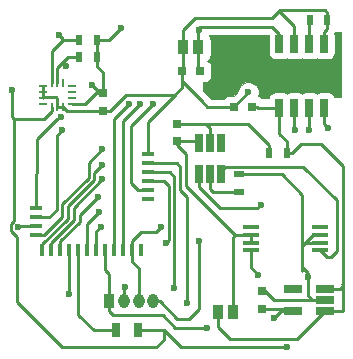
<source format=gtl>
G04 #@! TF.FileFunction,Copper,L1,Top,Signal*
%FSLAX46Y46*%
G04 Gerber Fmt 4.6, Leading zero omitted, Abs format (unit mm)*
G04 Created by KiCad (PCBNEW 4.0.6) date 04/13/18 15:28:38*
%MOMM*%
%LPD*%
G01*
G04 APERTURE LIST*
%ADD10C,0.100000*%
%ADD11R,0.800000X0.750000*%
%ADD12R,0.750000X0.800000*%
%ADD13R,0.970000X1.270000*%
%ADD14R,0.500000X0.900000*%
%ADD15R,0.900000X0.500000*%
%ADD16R,0.250000X0.675000*%
%ADD17R,0.675000X0.250000*%
%ADD18R,0.650000X1.560000*%
%ADD19R,1.450000X0.450000*%
%ADD20R,1.560000X0.650000*%
%ADD21R,1.000000X0.410000*%
%ADD22R,0.410000X1.000000*%
%ADD23R,0.950000X1.250000*%
%ADD24O,0.950000X1.250000*%
%ADD25R,0.650000X1.500000*%
%ADD26R,1.800000X1.350000*%
%ADD27R,0.700000X1.300000*%
%ADD28C,0.600000*%
%ADD29C,0.250000*%
G04 APERTURE END LIST*
D10*
D11*
X176850000Y-106400000D03*
X178350000Y-106400000D03*
D12*
X170200000Y-109750000D03*
X170200000Y-108250000D03*
X176400000Y-112350000D03*
X176400000Y-110850000D03*
D11*
X181250000Y-109400000D03*
X182750000Y-109400000D03*
D12*
X183600000Y-126550000D03*
X183600000Y-125050000D03*
D13*
X176960000Y-104400000D03*
X178240000Y-104400000D03*
X181140000Y-126800000D03*
X179860000Y-126800000D03*
D14*
X187650000Y-102050000D03*
X189150000Y-102050000D03*
D15*
X181650000Y-116650000D03*
X181650000Y-115150000D03*
D14*
X185750000Y-113300000D03*
X184250000Y-113300000D03*
X169650000Y-103750000D03*
X168150000Y-103750000D03*
X169650000Y-105200000D03*
X168150000Y-105200000D03*
D16*
X166300000Y-107387500D03*
X165800000Y-107387500D03*
X166800000Y-107387500D03*
X165800000Y-109412500D03*
X166300000Y-109412500D03*
X166800000Y-109412500D03*
D17*
X165037500Y-107650000D03*
X165037500Y-108150000D03*
X165037500Y-108650000D03*
X165037500Y-109150000D03*
X167562500Y-109150000D03*
X167562500Y-108650000D03*
X167562500Y-108150000D03*
X167562500Y-107650000D03*
D18*
X178250000Y-115150000D03*
X179200000Y-115150000D03*
X180150000Y-115150000D03*
X180150000Y-112450000D03*
X178250000Y-112450000D03*
X179200000Y-112450000D03*
D19*
X182650000Y-119625000D03*
X182650000Y-120275000D03*
X182650000Y-120925000D03*
X182650000Y-121575000D03*
X188550000Y-121575000D03*
X188550000Y-120925000D03*
X188550000Y-120275000D03*
X188550000Y-119625000D03*
D20*
X188950000Y-126750000D03*
X188950000Y-125800000D03*
X188950000Y-124850000D03*
X186250000Y-124850000D03*
X186250000Y-126750000D03*
D21*
X173940000Y-117250000D03*
X164450000Y-118020000D03*
X164450000Y-118780000D03*
X164450000Y-119540000D03*
X164450000Y-120300000D03*
D22*
X165010000Y-121540000D03*
X165770000Y-121540000D03*
X166530000Y-121540000D03*
X167290000Y-121540000D03*
X168050000Y-121540000D03*
X168820000Y-121540000D03*
X169580000Y-121540000D03*
X170340000Y-121540000D03*
X171100000Y-121540000D03*
X171860000Y-121540000D03*
X172630000Y-121540000D03*
X173390000Y-121540000D03*
D21*
X173940000Y-116490000D03*
X173940000Y-115730000D03*
X173940000Y-114970000D03*
X173940000Y-114210000D03*
X173940000Y-113440000D03*
D23*
X170675000Y-125900000D03*
D24*
X171925000Y-125900000D03*
X173175000Y-125900000D03*
X174425000Y-125900000D03*
D25*
X188905000Y-104100000D03*
X187635000Y-104100000D03*
X186365000Y-104100000D03*
X185095000Y-104100000D03*
X185095000Y-109500000D03*
X186365000Y-109500000D03*
X187635000Y-109500000D03*
X188905000Y-109500000D03*
D26*
X186100000Y-107475000D03*
X187900000Y-107475000D03*
X186100000Y-106125000D03*
X187900000Y-106125000D03*
D27*
X173125000Y-128325000D03*
X171225000Y-128325000D03*
D28*
X178250000Y-102950000D03*
X189200000Y-111200000D03*
X182475000Y-108175000D03*
X178975000Y-128125000D03*
X187500000Y-123800000D03*
X185725000Y-129750000D03*
X184675000Y-127325000D03*
X171650000Y-102750000D03*
X169200000Y-107575000D03*
X162450000Y-107975000D03*
X177300000Y-126050000D03*
X176200000Y-124750000D03*
X175450000Y-120975000D03*
X175050000Y-119575000D03*
X178300000Y-120800000D03*
X169975000Y-119575000D03*
X169850000Y-118300000D03*
X169725000Y-117025000D03*
X170100000Y-115575000D03*
X170100000Y-114350000D03*
X170100000Y-113025000D03*
X166725000Y-111425000D03*
X166575000Y-110300000D03*
X163000000Y-119600000D03*
X167000000Y-106000000D03*
X172375000Y-109175000D03*
X166450000Y-103350000D03*
X173325000Y-109175000D03*
X183300000Y-123650000D03*
X183500000Y-117700000D03*
X174425000Y-109175000D03*
X172050000Y-124700000D03*
X167275000Y-125275000D03*
X186400000Y-111400000D03*
X187600000Y-111400000D03*
X189850000Y-106850000D03*
X183800000Y-106900000D03*
X183775000Y-103900000D03*
X185125000Y-106125000D03*
X184375000Y-106125000D03*
X184375000Y-107475000D03*
X189475000Y-107475000D03*
X189475000Y-106125000D03*
X188750000Y-106150000D03*
X187900000Y-107475000D03*
X188675000Y-107475000D03*
X185125000Y-107475000D03*
X186075000Y-107425000D03*
X186100000Y-106125000D03*
X187875000Y-106150000D03*
D29*
X178240000Y-102940000D02*
X178240000Y-102860000D01*
X178250000Y-102950000D02*
X178240000Y-102940000D01*
X185095000Y-104100000D02*
X185095000Y-103295000D01*
X178400000Y-102700000D02*
X183700000Y-102700000D01*
X178240000Y-102860000D02*
X178400000Y-102700000D01*
X184350000Y-102700000D02*
X183700000Y-102700000D01*
X184500000Y-102700000D02*
X184350000Y-102700000D01*
X185095000Y-103295000D02*
X184500000Y-102700000D01*
X178240000Y-104400000D02*
X178240000Y-102860000D01*
X188905000Y-109500000D02*
X188905000Y-110905000D01*
X188905000Y-110905000D02*
X189200000Y-111200000D01*
X178240000Y-104400000D02*
X178240000Y-106290000D01*
X178240000Y-106290000D02*
X178350000Y-106400000D01*
X181250000Y-109400000D02*
X182475000Y-108175000D01*
X186365000Y-104100000D02*
X186365000Y-102565000D01*
X186365000Y-102565000D02*
X185075000Y-101275000D01*
X188905000Y-104100000D02*
X188905000Y-103095000D01*
X189150000Y-102850000D02*
X189150000Y-102050000D01*
X188905000Y-103095000D02*
X189150000Y-102850000D01*
X170675000Y-125900000D02*
X170675000Y-126725000D01*
X176275000Y-128125000D02*
X178975000Y-128125000D01*
X175225000Y-127075000D02*
X176275000Y-128125000D01*
X171025000Y-127075000D02*
X175225000Y-127075000D01*
X170675000Y-126725000D02*
X171025000Y-127075000D01*
X170675000Y-125900000D02*
X170675000Y-123600000D01*
X170340000Y-123265000D02*
X170340000Y-121540000D01*
X170675000Y-123600000D02*
X170340000Y-123265000D01*
X183600000Y-125050000D02*
X183850000Y-125050000D01*
X183850000Y-125050000D02*
X184600000Y-125800000D01*
X184600000Y-125800000D02*
X188950000Y-125800000D01*
X187500000Y-123800000D02*
X187500000Y-125400000D01*
X187500000Y-125400000D02*
X187900000Y-125800000D01*
X188950000Y-125800000D02*
X187900000Y-125800000D01*
X170200000Y-109750000D02*
X170750000Y-109750000D01*
X172100000Y-108400000D02*
X176225000Y-108400000D01*
X170750000Y-109750000D02*
X172100000Y-108400000D01*
X173940000Y-113440000D02*
X173940000Y-110685000D01*
X173940000Y-110685000D02*
X176225000Y-108400000D01*
X176850000Y-107775000D02*
X176850000Y-106400000D01*
X176225000Y-108400000D02*
X176850000Y-107775000D01*
X187500000Y-123800000D02*
X187500000Y-123500000D01*
X187500000Y-123500000D02*
X187000000Y-123000000D01*
X181650000Y-115150000D02*
X185300000Y-115150000D01*
X187000000Y-116850000D02*
X187000000Y-121200000D01*
X185300000Y-115150000D02*
X187000000Y-116850000D01*
X165037500Y-107650000D02*
X165037500Y-108150000D01*
X165037500Y-108150000D02*
X165037500Y-108650000D01*
X165037500Y-108650000D02*
X165087500Y-108600000D01*
X165087500Y-108600000D02*
X166200000Y-108600000D01*
X166200000Y-108600000D02*
X166300000Y-108700000D01*
X166300000Y-108700000D02*
X166300000Y-109412500D01*
X166300000Y-109412500D02*
X166800000Y-109412500D01*
X166800000Y-109412500D02*
X167137500Y-109750000D01*
X167137500Y-109750000D02*
X170200000Y-109750000D01*
X189150000Y-102050000D02*
X189150000Y-101450000D01*
X176960000Y-102890000D02*
X176960000Y-104400000D01*
X177950000Y-101900000D02*
X176960000Y-102890000D01*
X184450000Y-101900000D02*
X177950000Y-101900000D01*
X185100000Y-101250000D02*
X185075000Y-101275000D01*
X185075000Y-101275000D02*
X184450000Y-101900000D01*
X188950000Y-101250000D02*
X185100000Y-101250000D01*
X189150000Y-101450000D02*
X188950000Y-101250000D01*
X176850000Y-106400000D02*
X176850000Y-107250000D01*
X179000000Y-109400000D02*
X179875000Y-109400000D01*
X176850000Y-107250000D02*
X178500000Y-108900000D01*
X178500000Y-108900000D02*
X179000000Y-109400000D01*
X179875000Y-109400000D02*
X181250000Y-109400000D01*
X188550000Y-120925000D02*
X187275000Y-120925000D01*
X187275000Y-120925000D02*
X187400000Y-120800000D01*
X187000000Y-123300000D02*
X187000000Y-123000000D01*
X187000000Y-123000000D02*
X187000000Y-121200000D01*
X187000000Y-121200000D02*
X187400000Y-120800000D01*
X187400000Y-120800000D02*
X187925000Y-120275000D01*
X187925000Y-120275000D02*
X188550000Y-120275000D01*
X176960000Y-104400000D02*
X176960000Y-106290000D01*
X176960000Y-106290000D02*
X176850000Y-106400000D01*
X175300000Y-128325000D02*
X175300000Y-129125000D01*
X173275000Y-129750000D02*
X166675000Y-129750000D01*
X166675000Y-129750000D02*
X162900000Y-125975000D01*
X162900000Y-125975000D02*
X162900000Y-120450000D01*
X162900000Y-120450000D02*
X162350000Y-119900000D01*
X162350000Y-119900000D02*
X162350000Y-119350000D01*
X162350000Y-119350000D02*
X162600000Y-119100000D01*
X162600000Y-119100000D02*
X162600000Y-110425000D01*
X174675000Y-129750000D02*
X173275000Y-129750000D01*
X175300000Y-129125000D02*
X174675000Y-129750000D01*
X173125000Y-128325000D02*
X175300000Y-128325000D01*
X175325000Y-128350000D02*
X176725000Y-129750000D01*
X176725000Y-129750000D02*
X185725000Y-129750000D01*
X184675000Y-127325000D02*
X185250000Y-126750000D01*
X185250000Y-126750000D02*
X186250000Y-126750000D01*
X175300000Y-128325000D02*
X175325000Y-128350000D01*
X170650000Y-103750000D02*
X171650000Y-102750000D01*
X169650000Y-103750000D02*
X170650000Y-103750000D01*
X183600000Y-126550000D02*
X186050000Y-126550000D01*
X186050000Y-126550000D02*
X186250000Y-126750000D01*
X165800000Y-109412500D02*
X165800000Y-109750000D01*
X165800000Y-109750000D02*
X165125000Y-110425000D01*
X165125000Y-110425000D02*
X162600000Y-110425000D01*
X162600000Y-110425000D02*
X162450000Y-110275000D01*
X169200000Y-107575000D02*
X169875000Y-108250000D01*
X162450000Y-110275000D02*
X162450000Y-107975000D01*
X169875000Y-108250000D02*
X170200000Y-108250000D01*
X170200000Y-108250000D02*
X170200000Y-106550000D01*
X169650000Y-106000000D02*
X169650000Y-105200000D01*
X170200000Y-106550000D02*
X169650000Y-106000000D01*
X170200000Y-108250000D02*
X169550000Y-108250000D01*
X168650000Y-109150000D02*
X167562500Y-109150000D01*
X169550000Y-108250000D02*
X168650000Y-109150000D01*
X169650000Y-105200000D02*
X169650000Y-103750000D01*
X184250000Y-113300000D02*
X184250000Y-112650000D01*
X182450000Y-110850000D02*
X178850000Y-110850000D01*
X184250000Y-112650000D02*
X182450000Y-110850000D01*
X176400000Y-110850000D02*
X178850000Y-110850000D01*
X179200000Y-111200000D02*
X179200000Y-112450000D01*
X178850000Y-110850000D02*
X179200000Y-111200000D01*
X185095000Y-109500000D02*
X185095000Y-111695000D01*
X185750000Y-112350000D02*
X185750000Y-113300000D01*
X185095000Y-111695000D02*
X185750000Y-112350000D01*
X182750000Y-109400000D02*
X183200000Y-109400000D01*
X183300000Y-109500000D02*
X185095000Y-109500000D01*
X183200000Y-109400000D02*
X183300000Y-109500000D01*
X179860000Y-126800000D02*
X179860000Y-128060000D01*
X186600000Y-129100000D02*
X188950000Y-126750000D01*
X180900000Y-129100000D02*
X186600000Y-129100000D01*
X179860000Y-128060000D02*
X180900000Y-129100000D01*
X190500000Y-124600000D02*
X190500000Y-126700000D01*
X190500000Y-126700000D02*
X190450000Y-126750000D01*
X190450000Y-126750000D02*
X188950000Y-126750000D01*
X188950000Y-124850000D02*
X190250000Y-124850000D01*
X190250000Y-124850000D02*
X190500000Y-124600000D01*
X190500000Y-124600000D02*
X190500000Y-124500000D01*
X190400000Y-124400000D02*
X190500000Y-124400000D01*
X190500000Y-124500000D02*
X190400000Y-124400000D01*
X185750000Y-113300000D02*
X186200000Y-113300000D01*
X190500000Y-124400000D02*
X190500000Y-114450000D01*
X190500000Y-114450000D02*
X188650000Y-112600000D01*
X188650000Y-112600000D02*
X186900000Y-112600000D01*
X186200000Y-113300000D02*
X186900000Y-112600000D01*
X188950000Y-124850000D02*
X189650000Y-124850000D01*
X190500000Y-124600000D02*
X190500000Y-124400000D01*
X182850000Y-109300000D02*
X182750000Y-109400000D01*
X179750000Y-126910000D02*
X179860000Y-126800000D01*
X173940000Y-114210000D02*
X176410000Y-114210000D01*
X177300000Y-117100000D02*
X177300000Y-126050000D01*
X176700000Y-116500000D02*
X177300000Y-117100000D01*
X176700000Y-114500000D02*
X176700000Y-116500000D01*
X176410000Y-114210000D02*
X176700000Y-114500000D01*
X173940000Y-114970000D02*
X175819998Y-114970000D01*
X176200000Y-115350002D02*
X176200000Y-124750000D01*
X175819998Y-114970000D02*
X176200000Y-115350002D01*
X173940000Y-115730000D02*
X175330000Y-115730000D01*
X175725000Y-120700000D02*
X175450000Y-120975000D01*
X175725000Y-116125000D02*
X175725000Y-120700000D01*
X175330000Y-115730000D02*
X175725000Y-116125000D01*
X173175000Y-125900000D02*
X173175000Y-123100000D01*
X172630000Y-122555000D02*
X172630000Y-121540000D01*
X173175000Y-123100000D02*
X172630000Y-122555000D01*
X172630000Y-121540000D02*
X172630000Y-120770000D01*
X174625000Y-120000000D02*
X175050000Y-119575000D01*
X173400000Y-120000000D02*
X174625000Y-120000000D01*
X172630000Y-120770000D02*
X173400000Y-120000000D01*
X174425000Y-125900000D02*
X174950000Y-125900000D01*
X178300000Y-126550000D02*
X178300000Y-120800000D01*
X177475000Y-127375000D02*
X178300000Y-126550000D01*
X176425000Y-127375000D02*
X177475000Y-127375000D01*
X174950000Y-125900000D02*
X176425000Y-127375000D01*
X169580000Y-121540000D02*
X169580000Y-119970000D01*
X169580000Y-119970000D02*
X169975000Y-119575000D01*
X168820000Y-121540000D02*
X168820000Y-119330000D01*
X168820000Y-119330000D02*
X169850000Y-118300000D01*
X166530000Y-121540000D02*
X166530000Y-120820000D01*
X168175000Y-118575000D02*
X169725000Y-117025000D01*
X168175000Y-119175000D02*
X168175000Y-118575000D01*
X166530000Y-120820000D02*
X168175000Y-119175000D01*
X165770000Y-121540000D02*
X165770000Y-120943602D01*
X167675000Y-118000000D02*
X170100000Y-115575000D01*
X167675000Y-119038602D02*
X167675000Y-118000000D01*
X165770000Y-120943602D02*
X167675000Y-119038602D01*
X165010000Y-121540000D02*
X165010000Y-121067204D01*
X165010000Y-121067204D02*
X167175000Y-118902204D01*
X169425000Y-115025000D02*
X170100000Y-114350000D01*
X169425000Y-115600000D02*
X169425000Y-115025000D01*
X167175000Y-117850000D02*
X169425000Y-115600000D01*
X167175000Y-118902204D02*
X167175000Y-117850000D01*
X164450000Y-120300000D02*
X165140806Y-120300000D01*
X168950000Y-114175000D02*
X170100000Y-113025000D01*
X168950000Y-115438602D02*
X168950000Y-114175000D01*
X166700000Y-117688602D02*
X168950000Y-115438602D01*
X166700000Y-118740806D02*
X166700000Y-117688602D01*
X165140806Y-120300000D02*
X166700000Y-118740806D01*
X164450000Y-118780000D02*
X165620000Y-118780000D01*
X166225000Y-111925000D02*
X166725000Y-111425000D01*
X166225000Y-118175000D02*
X166225000Y-111925000D01*
X165620000Y-118780000D02*
X166225000Y-118175000D01*
X164450000Y-118020000D02*
X164537500Y-112112500D01*
X166237500Y-110412500D02*
X166575000Y-110300000D01*
X164537500Y-112112500D02*
X166237500Y-110412500D01*
X164450000Y-119540000D02*
X163060000Y-119540000D01*
X163060000Y-119540000D02*
X163000000Y-119600000D01*
X187635000Y-104100000D02*
X187635000Y-102065000D01*
X187635000Y-102065000D02*
X187650000Y-102050000D01*
X187635000Y-102065000D02*
X187650000Y-102050000D01*
X181650000Y-116650000D02*
X179500000Y-116650000D01*
X179200000Y-116350000D02*
X179200000Y-115150000D01*
X179500000Y-116650000D02*
X179200000Y-116350000D01*
X171100000Y-121540000D02*
X171100000Y-110450000D01*
X166800000Y-105800000D02*
X166600000Y-105800000D01*
X167000000Y-106000000D02*
X166800000Y-105800000D01*
X171100000Y-110450000D02*
X172375000Y-109175000D01*
X166300000Y-107387500D02*
X166300000Y-106100000D01*
X167200000Y-105200000D02*
X168150000Y-105200000D01*
X166300000Y-106100000D02*
X166600000Y-105800000D01*
X166600000Y-105800000D02*
X167200000Y-105200000D01*
X171860000Y-121540000D02*
X171860000Y-110640000D01*
X166750000Y-103650000D02*
X166750000Y-103750000D01*
X166450000Y-103350000D02*
X166750000Y-103650000D01*
X171860000Y-110640000D02*
X173325000Y-109175000D01*
X165800000Y-107387500D02*
X165800000Y-104700000D01*
X166750000Y-103750000D02*
X168150000Y-103750000D01*
X165800000Y-104700000D02*
X166750000Y-103750000D01*
X178250000Y-115150000D02*
X178250000Y-116200000D01*
X182650000Y-123000000D02*
X182650000Y-121575000D01*
X183300000Y-123650000D02*
X182650000Y-123000000D01*
X183200000Y-118000000D02*
X183500000Y-117700000D01*
X180050000Y-118000000D02*
X183200000Y-118000000D01*
X178250000Y-116200000D02*
X180050000Y-118000000D01*
X180150000Y-115150000D02*
X180150000Y-114850000D01*
X180150000Y-114850000D02*
X180500000Y-114500000D01*
X180500000Y-114500000D02*
X187100000Y-114500000D01*
X187100000Y-114500000D02*
X189950000Y-117350000D01*
X189950000Y-117350000D02*
X189950000Y-121650000D01*
X189950000Y-121650000D02*
X189450000Y-122150000D01*
X189450000Y-122150000D02*
X189125000Y-122150000D01*
X189125000Y-122150000D02*
X188550000Y-121575000D01*
X181140000Y-126800000D02*
X181140000Y-120460000D01*
X181140000Y-120460000D02*
X181325000Y-120275000D01*
X176400000Y-112350000D02*
X176400000Y-112650000D01*
X176400000Y-112650000D02*
X177200000Y-113450000D01*
X181325000Y-120275000D02*
X182650000Y-120275000D01*
X177200000Y-116150000D02*
X181325000Y-120275000D01*
X177200000Y-113450000D02*
X177200000Y-116150000D01*
X182650000Y-120275000D02*
X181525000Y-120275000D01*
X182650000Y-120275000D02*
X182650000Y-120925000D01*
X176400000Y-112350000D02*
X178150000Y-112350000D01*
X178150000Y-112350000D02*
X178250000Y-112450000D01*
X168050000Y-127025000D02*
X168050000Y-121540000D01*
X169375000Y-128350000D02*
X168050000Y-127025000D01*
X171225000Y-128350000D02*
X169375000Y-128350000D01*
X173940000Y-116490000D02*
X173140000Y-116490000D01*
X173140000Y-116490000D02*
X172525000Y-115875000D01*
X172525000Y-115875000D02*
X172525000Y-111075000D01*
X172525000Y-111075000D02*
X174425000Y-109175000D01*
X167290000Y-121540000D02*
X167290000Y-125260000D01*
X171925000Y-124825000D02*
X171925000Y-125900000D01*
X172050000Y-124700000D02*
X171925000Y-124825000D01*
X167290000Y-125260000D02*
X167275000Y-125275000D01*
X186365000Y-109500000D02*
X186365000Y-111365000D01*
X186365000Y-111365000D02*
X186400000Y-111400000D01*
X186365000Y-111365000D02*
X186400000Y-111400000D01*
X187635000Y-109500000D02*
X187635000Y-111365000D01*
X187635000Y-111365000D02*
X187600000Y-111400000D01*
X187635000Y-111365000D02*
X187600000Y-111400000D01*
X189475000Y-107225000D02*
X189475000Y-107475000D01*
X189850000Y-106850000D02*
X189475000Y-107225000D01*
X183800000Y-103925000D02*
X183800000Y-106900000D01*
X183775000Y-103900000D02*
X183800000Y-103925000D01*
X186100000Y-106125000D02*
X185125000Y-106125000D01*
X185125000Y-106125000D02*
X184375000Y-106125000D01*
X184375000Y-107475000D02*
X185125000Y-107475000D01*
X187900000Y-107475000D02*
X189475000Y-107475000D01*
X189450000Y-106150000D02*
X188750000Y-106150000D01*
X189475000Y-106125000D02*
X189450000Y-106150000D01*
X188750000Y-106150000D02*
X187900000Y-106125000D01*
X188750000Y-106150000D02*
X188675000Y-106225000D01*
X188675000Y-106225000D02*
X188675000Y-107475000D01*
X188675000Y-107475000D02*
X187900000Y-107475000D01*
X188675000Y-107475000D02*
X187900000Y-106700000D01*
X187900000Y-106700000D02*
X187900000Y-106125000D01*
X186100000Y-107475000D02*
X185125000Y-107475000D01*
X186100000Y-107450000D02*
X186075000Y-107425000D01*
X186100000Y-107450000D02*
X186100000Y-107475000D01*
X187900000Y-106125000D02*
X187875000Y-106150000D01*
X185475000Y-107475000D02*
X186100000Y-107475000D01*
D10*
G36*
X190275000Y-108558600D02*
X189756360Y-108567102D01*
X189752424Y-108546182D01*
X189631968Y-108358988D01*
X189448173Y-108233406D01*
X189230000Y-108189225D01*
X188580000Y-108189225D01*
X188376182Y-108227576D01*
X188269814Y-108296022D01*
X188178173Y-108233406D01*
X187960000Y-108189225D01*
X187310000Y-108189225D01*
X187106182Y-108227576D01*
X186999814Y-108296022D01*
X186908173Y-108233406D01*
X186690000Y-108189225D01*
X186040000Y-108189225D01*
X185836182Y-108227576D01*
X185729814Y-108296022D01*
X185638173Y-108233406D01*
X185420000Y-108189225D01*
X184770000Y-108189225D01*
X184566182Y-108227576D01*
X184378988Y-108348032D01*
X184253406Y-108531827D01*
X184227910Y-108657733D01*
X183574144Y-108668450D01*
X183551968Y-108633988D01*
X183368173Y-108508406D01*
X183265553Y-108487625D01*
X183324852Y-108344817D01*
X183325147Y-108006666D01*
X183196015Y-107694143D01*
X182957115Y-107454826D01*
X182644817Y-107325148D01*
X182306666Y-107324853D01*
X181994143Y-107453985D01*
X181754826Y-107692885D01*
X181625148Y-108005183D01*
X181625091Y-108070315D01*
X181231181Y-108464225D01*
X180850000Y-108464225D01*
X180646182Y-108502576D01*
X180458988Y-108623032D01*
X180392315Y-108720611D01*
X180124611Y-108725000D01*
X179279594Y-108725000D01*
X178650000Y-108095406D01*
X178650000Y-107335775D01*
X178750000Y-107335775D01*
X178953818Y-107297424D01*
X179141012Y-107176968D01*
X179266594Y-106993173D01*
X179310775Y-106775000D01*
X179310775Y-106025000D01*
X179272424Y-105821182D01*
X179151968Y-105633988D01*
X178986031Y-105520608D01*
X179116012Y-105436968D01*
X179241594Y-105253173D01*
X179285775Y-105035000D01*
X179285775Y-103765000D01*
X179247424Y-103561182D01*
X179127619Y-103375000D01*
X184209225Y-103375000D01*
X184209225Y-104850000D01*
X184247576Y-105053818D01*
X184368032Y-105241012D01*
X184551827Y-105366594D01*
X184770000Y-105410775D01*
X185420000Y-105410775D01*
X185623818Y-105372424D01*
X185730186Y-105303978D01*
X185821827Y-105366594D01*
X186040000Y-105410775D01*
X186690000Y-105410775D01*
X186893818Y-105372424D01*
X187000186Y-105303978D01*
X187091827Y-105366594D01*
X187310000Y-105410775D01*
X187960000Y-105410775D01*
X188163818Y-105372424D01*
X188270186Y-105303978D01*
X188361827Y-105366594D01*
X188580000Y-105410775D01*
X189230000Y-105410775D01*
X189433818Y-105372424D01*
X189621012Y-105251968D01*
X189746594Y-105068173D01*
X189790775Y-104850000D01*
X189790775Y-103350000D01*
X189752424Y-103146182D01*
X189750408Y-103143049D01*
X189766922Y-103118334D01*
X189773619Y-103108311D01*
X189785218Y-103050000D01*
X190275000Y-103050000D01*
X190275000Y-108558600D01*
X190275000Y-108558600D01*
G37*
X190275000Y-108558600D02*
X189756360Y-108567102D01*
X189752424Y-108546182D01*
X189631968Y-108358988D01*
X189448173Y-108233406D01*
X189230000Y-108189225D01*
X188580000Y-108189225D01*
X188376182Y-108227576D01*
X188269814Y-108296022D01*
X188178173Y-108233406D01*
X187960000Y-108189225D01*
X187310000Y-108189225D01*
X187106182Y-108227576D01*
X186999814Y-108296022D01*
X186908173Y-108233406D01*
X186690000Y-108189225D01*
X186040000Y-108189225D01*
X185836182Y-108227576D01*
X185729814Y-108296022D01*
X185638173Y-108233406D01*
X185420000Y-108189225D01*
X184770000Y-108189225D01*
X184566182Y-108227576D01*
X184378988Y-108348032D01*
X184253406Y-108531827D01*
X184227910Y-108657733D01*
X183574144Y-108668450D01*
X183551968Y-108633988D01*
X183368173Y-108508406D01*
X183265553Y-108487625D01*
X183324852Y-108344817D01*
X183325147Y-108006666D01*
X183196015Y-107694143D01*
X182957115Y-107454826D01*
X182644817Y-107325148D01*
X182306666Y-107324853D01*
X181994143Y-107453985D01*
X181754826Y-107692885D01*
X181625148Y-108005183D01*
X181625091Y-108070315D01*
X181231181Y-108464225D01*
X180850000Y-108464225D01*
X180646182Y-108502576D01*
X180458988Y-108623032D01*
X180392315Y-108720611D01*
X180124611Y-108725000D01*
X179279594Y-108725000D01*
X178650000Y-108095406D01*
X178650000Y-107335775D01*
X178750000Y-107335775D01*
X178953818Y-107297424D01*
X179141012Y-107176968D01*
X179266594Y-106993173D01*
X179310775Y-106775000D01*
X179310775Y-106025000D01*
X179272424Y-105821182D01*
X179151968Y-105633988D01*
X178986031Y-105520608D01*
X179116012Y-105436968D01*
X179241594Y-105253173D01*
X179285775Y-105035000D01*
X179285775Y-103765000D01*
X179247424Y-103561182D01*
X179127619Y-103375000D01*
X184209225Y-103375000D01*
X184209225Y-104850000D01*
X184247576Y-105053818D01*
X184368032Y-105241012D01*
X184551827Y-105366594D01*
X184770000Y-105410775D01*
X185420000Y-105410775D01*
X185623818Y-105372424D01*
X185730186Y-105303978D01*
X185821827Y-105366594D01*
X186040000Y-105410775D01*
X186690000Y-105410775D01*
X186893818Y-105372424D01*
X187000186Y-105303978D01*
X187091827Y-105366594D01*
X187310000Y-105410775D01*
X187960000Y-105410775D01*
X188163818Y-105372424D01*
X188270186Y-105303978D01*
X188361827Y-105366594D01*
X188580000Y-105410775D01*
X189230000Y-105410775D01*
X189433818Y-105372424D01*
X189621012Y-105251968D01*
X189746594Y-105068173D01*
X189790775Y-104850000D01*
X189790775Y-103350000D01*
X189752424Y-103146182D01*
X189750408Y-103143049D01*
X189766922Y-103118334D01*
X189773619Y-103108311D01*
X189785218Y-103050000D01*
X190275000Y-103050000D01*
X190275000Y-108558600D01*
M02*

</source>
